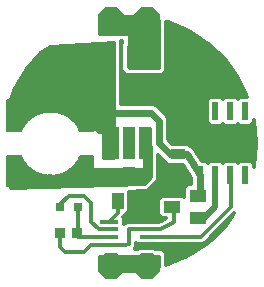
<source format=gtl>
G75*
%MOIN*%
%OFA0B0*%
%FSLAX25Y25*%
%IPPOS*%
%LPD*%
%AMOC8*
5,1,8,0,0,1.08239X$1,22.5*
%
%ADD10R,0.05118X0.03543*%
%ADD11R,0.02165X0.05906*%
%ADD12R,0.03937X0.05512*%
%ADD13R,0.02165X0.11024*%
%ADD14R,0.03937X0.11024*%
%ADD15OC8,0.08600*%
%ADD16C,0.00500*%
%ADD17C,0.00160*%
%ADD18R,0.05000X0.05000*%
%ADD19R,0.06299X0.07480*%
%ADD20R,0.03543X0.06299*%
%ADD21R,0.06299X0.01181*%
%ADD22R,0.03740X0.03740*%
%ADD23R,0.03150X0.03150*%
%ADD24R,0.05512X0.03937*%
%ADD25C,0.01000*%
%ADD26C,0.02400*%
%ADD27C,0.01200*%
%ADD28C,0.03762*%
%ADD29C,0.02778*%
%ADD30C,0.02000*%
D10*
X0062850Y0044110D03*
X0062850Y0051590D03*
D11*
X0070350Y0058480D03*
X0075350Y0058480D03*
X0080350Y0058480D03*
X0085350Y0058480D03*
X0085350Y0037220D03*
X0080350Y0037220D03*
X0075350Y0037220D03*
X0070350Y0037220D03*
D12*
X0050340Y0028519D03*
X0042860Y0028519D03*
X0046600Y0037181D03*
D13*
X0042171Y0047850D03*
X0051029Y0047850D03*
D14*
X0046600Y0047850D03*
D15*
X0040600Y0088850D03*
X0052600Y0088850D03*
X0052600Y0006850D03*
X0040600Y0006850D03*
D16*
X0034720Y0033480D02*
X0005980Y0033480D01*
X0005980Y0043716D01*
X0010507Y0043716D01*
X0010870Y0042459D01*
X0011424Y0041274D01*
X0012158Y0040190D01*
X0013051Y0039234D01*
X0014083Y0038430D01*
X0015229Y0037797D01*
X0016459Y0037351D01*
X0017744Y0037103D01*
X0019051Y0037059D01*
X0020350Y0037220D01*
X0021656Y0037012D01*
X0022979Y0037020D01*
X0024282Y0037246D01*
X0025531Y0037682D01*
X0026691Y0038317D01*
X0027731Y0039134D01*
X0028623Y0040111D01*
X0029343Y0041221D01*
X0029871Y0042433D01*
X0030193Y0043716D01*
X0034720Y0043716D01*
X0034720Y0033480D01*
X0034720Y0033758D02*
X0005980Y0033758D01*
X0005980Y0034256D02*
X0034720Y0034256D01*
X0034720Y0034755D02*
X0005980Y0034755D01*
X0005980Y0035253D02*
X0034720Y0035253D01*
X0034720Y0035752D02*
X0005980Y0035752D01*
X0005980Y0036250D02*
X0034720Y0036250D01*
X0034720Y0036749D02*
X0005980Y0036749D01*
X0005980Y0037247D02*
X0016995Y0037247D01*
X0015369Y0037746D02*
X0005980Y0037746D01*
X0005980Y0038244D02*
X0014419Y0038244D01*
X0013681Y0038743D02*
X0005980Y0038743D01*
X0005980Y0039241D02*
X0013044Y0039241D01*
X0012578Y0039740D02*
X0005980Y0039740D01*
X0005980Y0040238D02*
X0012125Y0040238D01*
X0011787Y0040737D02*
X0005980Y0040737D01*
X0005980Y0041235D02*
X0011450Y0041235D01*
X0011209Y0041734D02*
X0005980Y0041734D01*
X0005980Y0042232D02*
X0010976Y0042232D01*
X0010791Y0042731D02*
X0005980Y0042731D01*
X0005980Y0043229D02*
X0010648Y0043229D01*
X0010507Y0051984D02*
X0005980Y0051984D01*
X0005980Y0062220D01*
X0034720Y0062220D01*
X0034720Y0051984D01*
X0030193Y0051984D01*
X0029830Y0053241D01*
X0029276Y0054426D01*
X0028542Y0055510D01*
X0027649Y0056466D01*
X0026617Y0057270D01*
X0025471Y0057903D01*
X0024241Y0058349D01*
X0022956Y0058597D01*
X0021649Y0058641D01*
X0020350Y0058480D01*
X0019044Y0058688D01*
X0017721Y0058680D01*
X0016418Y0058454D01*
X0015169Y0058018D01*
X0014009Y0057383D01*
X0012969Y0056566D01*
X0012077Y0055589D01*
X0011357Y0054479D01*
X0010829Y0053267D01*
X0010507Y0051984D01*
X0010562Y0052203D02*
X0005980Y0052203D01*
X0005980Y0052701D02*
X0010687Y0052701D01*
X0010813Y0053200D02*
X0005980Y0053200D01*
X0005980Y0053698D02*
X0011017Y0053698D01*
X0011234Y0054197D02*
X0005980Y0054197D01*
X0005980Y0054695D02*
X0011497Y0054695D01*
X0011821Y0055194D02*
X0005980Y0055194D01*
X0005980Y0055692D02*
X0012171Y0055692D01*
X0012627Y0056191D02*
X0005980Y0056191D01*
X0005980Y0056689D02*
X0013127Y0056689D01*
X0013761Y0057188D02*
X0005980Y0057188D01*
X0005980Y0057686D02*
X0014564Y0057686D01*
X0015647Y0058185D02*
X0005980Y0058185D01*
X0005980Y0058683D02*
X0018277Y0058683D01*
X0019076Y0058683D02*
X0034720Y0058683D01*
X0034720Y0058185D02*
X0024695Y0058185D01*
X0025864Y0057686D02*
X0034720Y0057686D01*
X0034720Y0057188D02*
X0026723Y0057188D01*
X0027362Y0056689D02*
X0034720Y0056689D01*
X0034720Y0056191D02*
X0027906Y0056191D01*
X0028372Y0055692D02*
X0034720Y0055692D01*
X0034720Y0055194D02*
X0028757Y0055194D01*
X0029094Y0054695D02*
X0034720Y0054695D01*
X0034720Y0054197D02*
X0029383Y0054197D01*
X0029616Y0053698D02*
X0034720Y0053698D01*
X0034720Y0053200D02*
X0029842Y0053200D01*
X0029986Y0052701D02*
X0034720Y0052701D01*
X0034720Y0052203D02*
X0030129Y0052203D01*
X0034720Y0059182D02*
X0005980Y0059182D01*
X0005980Y0059680D02*
X0034720Y0059680D01*
X0034720Y0060179D02*
X0005980Y0060179D01*
X0005980Y0060677D02*
X0034720Y0060677D01*
X0034720Y0061176D02*
X0005980Y0061176D01*
X0005980Y0061674D02*
X0034720Y0061674D01*
X0034720Y0062173D02*
X0005980Y0062173D01*
X0030070Y0043229D02*
X0034720Y0043229D01*
X0034720Y0042731D02*
X0029945Y0042731D01*
X0029783Y0042232D02*
X0034720Y0042232D01*
X0034720Y0041734D02*
X0029566Y0041734D01*
X0029349Y0041235D02*
X0034720Y0041235D01*
X0034720Y0040737D02*
X0029029Y0040737D01*
X0028706Y0040238D02*
X0034720Y0040238D01*
X0034720Y0039740D02*
X0028284Y0039740D01*
X0027828Y0039241D02*
X0034720Y0039241D01*
X0034720Y0038743D02*
X0027232Y0038743D01*
X0026557Y0038244D02*
X0034720Y0038244D01*
X0034720Y0037746D02*
X0025647Y0037746D01*
X0024286Y0037247D02*
X0034720Y0037247D01*
D17*
X0031454Y0052493D02*
X0030127Y0051935D01*
X0030022Y0052173D01*
X0029910Y0052408D01*
X0029794Y0052640D01*
X0029671Y0052869D01*
X0029543Y0053095D01*
X0029409Y0053318D01*
X0029270Y0053538D01*
X0029126Y0053754D01*
X0028976Y0053967D01*
X0028822Y0054176D01*
X0028662Y0054381D01*
X0028497Y0054582D01*
X0028328Y0054779D01*
X0028154Y0054972D01*
X0027975Y0055160D01*
X0027791Y0055344D01*
X0027603Y0055524D01*
X0027411Y0055699D01*
X0027214Y0055869D01*
X0027014Y0056034D01*
X0026809Y0056195D01*
X0026601Y0056350D01*
X0026389Y0056500D01*
X0026173Y0056646D01*
X0025954Y0056785D01*
X0025732Y0056920D01*
X0025506Y0057048D01*
X0025277Y0057172D01*
X0025045Y0057290D01*
X0024811Y0057402D01*
X0024574Y0057508D01*
X0024334Y0057608D01*
X0024092Y0057703D01*
X0023847Y0057792D01*
X0023601Y0057874D01*
X0023353Y0057951D01*
X0023102Y0058021D01*
X0022851Y0058086D01*
X0022597Y0058144D01*
X0022343Y0058196D01*
X0022087Y0058242D01*
X0021830Y0058282D01*
X0021572Y0058315D01*
X0021313Y0058342D01*
X0021054Y0058363D01*
X0020795Y0058377D01*
X0020535Y0058385D01*
X0020275Y0058387D01*
X0020015Y0058382D01*
X0019756Y0058371D01*
X0019496Y0058354D01*
X0019237Y0058330D01*
X0018979Y0058300D01*
X0018722Y0058264D01*
X0018465Y0058222D01*
X0018210Y0058173D01*
X0017956Y0058118D01*
X0017703Y0058057D01*
X0017452Y0057990D01*
X0017203Y0057916D01*
X0016955Y0057837D01*
X0016710Y0057751D01*
X0016467Y0057660D01*
X0016225Y0057563D01*
X0015987Y0057460D01*
X0015751Y0057351D01*
X0015518Y0057236D01*
X0015287Y0057116D01*
X0015060Y0056990D01*
X0014836Y0056858D01*
X0014615Y0056722D01*
X0014397Y0056579D01*
X0014183Y0056432D01*
X0013973Y0056279D01*
X0013766Y0056122D01*
X0013563Y0055959D01*
X0013365Y0055791D01*
X0013170Y0055619D01*
X0012980Y0055442D01*
X0012794Y0055260D01*
X0012612Y0055074D01*
X0012436Y0054883D01*
X0012263Y0054689D01*
X0012096Y0054490D01*
X0011934Y0054287D01*
X0011776Y0054080D01*
X0011624Y0053869D01*
X0011477Y0053655D01*
X0011335Y0053437D01*
X0011199Y0053216D01*
X0011067Y0052992D01*
X0010942Y0052764D01*
X0010822Y0052533D01*
X0010708Y0052300D01*
X0010599Y0052064D01*
X0010496Y0051825D01*
X0009163Y0052368D01*
X0009279Y0052640D01*
X0009402Y0052908D01*
X0009532Y0053173D01*
X0009668Y0053435D01*
X0009810Y0053694D01*
X0009959Y0053949D01*
X0010114Y0054201D01*
X0010275Y0054448D01*
X0010442Y0054692D01*
X0010615Y0054931D01*
X0010793Y0055166D01*
X0010978Y0055397D01*
X0011168Y0055623D01*
X0011363Y0055844D01*
X0011564Y0056061D01*
X0011770Y0056272D01*
X0011981Y0056479D01*
X0012197Y0056680D01*
X0012418Y0056876D01*
X0012643Y0057067D01*
X0012873Y0057252D01*
X0013108Y0057431D01*
X0013347Y0057604D01*
X0013590Y0057772D01*
X0013837Y0057934D01*
X0014088Y0058089D01*
X0014343Y0058239D01*
X0014601Y0058382D01*
X0014863Y0058519D01*
X0015128Y0058649D01*
X0015396Y0058773D01*
X0015667Y0058890D01*
X0015941Y0059001D01*
X0016217Y0059105D01*
X0016496Y0059202D01*
X0016777Y0059292D01*
X0017060Y0059375D01*
X0017345Y0059452D01*
X0017632Y0059521D01*
X0017921Y0059584D01*
X0018211Y0059639D01*
X0018502Y0059687D01*
X0018795Y0059729D01*
X0019088Y0059763D01*
X0019382Y0059789D01*
X0019677Y0059809D01*
X0019972Y0059822D01*
X0020267Y0059827D01*
X0020562Y0059825D01*
X0020857Y0059816D01*
X0021152Y0059799D01*
X0021447Y0059776D01*
X0021740Y0059745D01*
X0022033Y0059707D01*
X0022325Y0059662D01*
X0022616Y0059610D01*
X0022905Y0059551D01*
X0023193Y0059485D01*
X0023479Y0059411D01*
X0023763Y0059331D01*
X0024045Y0059244D01*
X0024325Y0059150D01*
X0024602Y0059049D01*
X0024877Y0058942D01*
X0025150Y0058828D01*
X0025419Y0058707D01*
X0025686Y0058579D01*
X0025949Y0058446D01*
X0026209Y0058305D01*
X0026465Y0058159D01*
X0026718Y0058006D01*
X0026967Y0057847D01*
X0027212Y0057682D01*
X0027452Y0057512D01*
X0027689Y0057335D01*
X0027921Y0057153D01*
X0028149Y0056965D01*
X0028372Y0056771D01*
X0028590Y0056572D01*
X0028804Y0056368D01*
X0029012Y0056159D01*
X0029215Y0055945D01*
X0029413Y0055725D01*
X0029605Y0055501D01*
X0029792Y0055273D01*
X0029974Y0055040D01*
X0030149Y0054802D01*
X0030319Y0054561D01*
X0030483Y0054315D01*
X0030640Y0054065D01*
X0030792Y0053812D01*
X0030937Y0053555D01*
X0031076Y0053294D01*
X0031209Y0053031D01*
X0031335Y0052764D01*
X0031455Y0052494D01*
X0031315Y0052435D01*
X0031197Y0052702D01*
X0031073Y0052965D01*
X0030942Y0053226D01*
X0030804Y0053483D01*
X0030661Y0053737D01*
X0030511Y0053987D01*
X0030356Y0054234D01*
X0030194Y0054476D01*
X0030026Y0054715D01*
X0029853Y0054949D01*
X0029674Y0055179D01*
X0029489Y0055405D01*
X0029299Y0055626D01*
X0029104Y0055843D01*
X0028903Y0056054D01*
X0028698Y0056261D01*
X0028487Y0056462D01*
X0028271Y0056659D01*
X0028051Y0056850D01*
X0027826Y0057035D01*
X0027597Y0057215D01*
X0027363Y0057390D01*
X0027125Y0057558D01*
X0026883Y0057721D01*
X0026638Y0057878D01*
X0026388Y0058029D01*
X0026135Y0058174D01*
X0025878Y0058312D01*
X0025618Y0058444D01*
X0025355Y0058570D01*
X0025089Y0058689D01*
X0024820Y0058802D01*
X0024549Y0058908D01*
X0024275Y0059008D01*
X0023998Y0059100D01*
X0023720Y0059186D01*
X0023439Y0059266D01*
X0023157Y0059338D01*
X0022873Y0059403D01*
X0022587Y0059462D01*
X0022300Y0059513D01*
X0022012Y0059558D01*
X0021723Y0059595D01*
X0021433Y0059625D01*
X0021142Y0059649D01*
X0020851Y0059665D01*
X0020559Y0059674D01*
X0020268Y0059676D01*
X0019976Y0059671D01*
X0019685Y0059658D01*
X0019394Y0059639D01*
X0019104Y0059612D01*
X0018814Y0059579D01*
X0018525Y0059538D01*
X0018238Y0059490D01*
X0017951Y0059436D01*
X0017666Y0059374D01*
X0017383Y0059306D01*
X0017101Y0059230D01*
X0016822Y0059148D01*
X0016544Y0059059D01*
X0016269Y0058963D01*
X0015996Y0058860D01*
X0015725Y0058751D01*
X0015458Y0058635D01*
X0015193Y0058513D01*
X0014932Y0058384D01*
X0014673Y0058249D01*
X0014418Y0058108D01*
X0014167Y0057960D01*
X0013919Y0057807D01*
X0013675Y0057647D01*
X0013435Y0057482D01*
X0013199Y0057310D01*
X0012967Y0057133D01*
X0012740Y0056951D01*
X0012517Y0056762D01*
X0012299Y0056569D01*
X0012086Y0056370D01*
X0011877Y0056166D01*
X0011674Y0055957D01*
X0011476Y0055744D01*
X0011283Y0055525D01*
X0011095Y0055302D01*
X0010913Y0055074D01*
X0010737Y0054842D01*
X0010566Y0054605D01*
X0010401Y0054365D01*
X0010242Y0054121D01*
X0010089Y0053872D01*
X0009942Y0053620D01*
X0009802Y0053365D01*
X0009667Y0053106D01*
X0009539Y0052844D01*
X0009418Y0052579D01*
X0009302Y0052311D01*
X0009442Y0052254D01*
X0009556Y0052519D01*
X0009676Y0052781D01*
X0009802Y0053039D01*
X0009935Y0053295D01*
X0010074Y0053547D01*
X0010219Y0053795D01*
X0010370Y0054040D01*
X0010527Y0054282D01*
X0010690Y0054519D01*
X0010858Y0054753D01*
X0011033Y0054982D01*
X0011212Y0055207D01*
X0011398Y0055427D01*
X0011588Y0055643D01*
X0011784Y0055854D01*
X0011985Y0056060D01*
X0012190Y0056261D01*
X0012401Y0056458D01*
X0012616Y0056649D01*
X0012836Y0056834D01*
X0013061Y0057015D01*
X0013289Y0057189D01*
X0013522Y0057359D01*
X0013759Y0057522D01*
X0014000Y0057680D01*
X0014245Y0057831D01*
X0014493Y0057977D01*
X0014745Y0058116D01*
X0015000Y0058250D01*
X0015258Y0058377D01*
X0015520Y0058497D01*
X0015784Y0058612D01*
X0016051Y0058719D01*
X0016320Y0058821D01*
X0016592Y0058915D01*
X0016866Y0059003D01*
X0017142Y0059085D01*
X0017421Y0059159D01*
X0017700Y0059227D01*
X0017982Y0059288D01*
X0018264Y0059342D01*
X0018548Y0059389D01*
X0018833Y0059429D01*
X0019119Y0059462D01*
X0019406Y0059488D01*
X0019693Y0059508D01*
X0019981Y0059520D01*
X0020269Y0059525D01*
X0020557Y0059523D01*
X0020844Y0059514D01*
X0021132Y0059498D01*
X0021419Y0059475D01*
X0021705Y0059445D01*
X0021990Y0059408D01*
X0022275Y0059364D01*
X0022558Y0059314D01*
X0022840Y0059256D01*
X0023121Y0059191D01*
X0023400Y0059120D01*
X0023677Y0059042D01*
X0023952Y0058957D01*
X0024225Y0058865D01*
X0024495Y0058767D01*
X0024763Y0058662D01*
X0025029Y0058551D01*
X0025292Y0058433D01*
X0025551Y0058309D01*
X0025808Y0058178D01*
X0026061Y0058042D01*
X0026311Y0057899D01*
X0026558Y0057750D01*
X0026800Y0057595D01*
X0027039Y0057435D01*
X0027274Y0057268D01*
X0027505Y0057096D01*
X0027731Y0056918D01*
X0027953Y0056735D01*
X0028171Y0056546D01*
X0028383Y0056352D01*
X0028591Y0056153D01*
X0028794Y0055949D01*
X0028993Y0055741D01*
X0029185Y0055527D01*
X0029373Y0055309D01*
X0029555Y0055086D01*
X0029732Y0054859D01*
X0029903Y0054627D01*
X0030069Y0054392D01*
X0030228Y0054152D01*
X0030382Y0053909D01*
X0030530Y0053662D01*
X0030672Y0053411D01*
X0030807Y0053157D01*
X0030937Y0052900D01*
X0031060Y0052640D01*
X0031176Y0052377D01*
X0031037Y0052318D01*
X0030922Y0052578D01*
X0030800Y0052835D01*
X0030673Y0053089D01*
X0030539Y0053339D01*
X0030399Y0053587D01*
X0030253Y0053830D01*
X0030101Y0054071D01*
X0029944Y0054307D01*
X0029780Y0054540D01*
X0029611Y0054768D01*
X0029437Y0054992D01*
X0029257Y0055212D01*
X0029072Y0055428D01*
X0028881Y0055639D01*
X0028686Y0055845D01*
X0028485Y0056046D01*
X0028280Y0056242D01*
X0028070Y0056434D01*
X0027855Y0056620D01*
X0027636Y0056801D01*
X0027412Y0056976D01*
X0027185Y0057146D01*
X0026953Y0057311D01*
X0026717Y0057469D01*
X0026477Y0057622D01*
X0026234Y0057769D01*
X0025988Y0057910D01*
X0025737Y0058045D01*
X0025484Y0058174D01*
X0025228Y0058296D01*
X0024968Y0058412D01*
X0024706Y0058522D01*
X0024442Y0058626D01*
X0024175Y0058723D01*
X0023905Y0058813D01*
X0023634Y0058897D01*
X0023360Y0058974D01*
X0023085Y0059045D01*
X0022808Y0059108D01*
X0022530Y0059165D01*
X0022250Y0059215D01*
X0021969Y0059259D01*
X0021687Y0059295D01*
X0021405Y0059325D01*
X0021121Y0059347D01*
X0020838Y0059363D01*
X0020554Y0059372D01*
X0020270Y0059374D01*
X0019985Y0059369D01*
X0019702Y0059357D01*
X0019418Y0059338D01*
X0019135Y0059312D01*
X0018853Y0059279D01*
X0018571Y0059240D01*
X0018291Y0059193D01*
X0018012Y0059140D01*
X0017734Y0059080D01*
X0017458Y0059013D01*
X0017184Y0058939D01*
X0016911Y0058859D01*
X0016640Y0058772D01*
X0016372Y0058679D01*
X0016106Y0058579D01*
X0015843Y0058472D01*
X0015582Y0058360D01*
X0015324Y0058241D01*
X0015069Y0058115D01*
X0014817Y0057984D01*
X0014568Y0057846D01*
X0014323Y0057702D01*
X0014082Y0057552D01*
X0013844Y0057397D01*
X0013610Y0057236D01*
X0013380Y0057069D01*
X0013154Y0056896D01*
X0012933Y0056718D01*
X0012716Y0056535D01*
X0012503Y0056346D01*
X0012295Y0056153D01*
X0012092Y0055954D01*
X0011894Y0055750D01*
X0011700Y0055542D01*
X0011512Y0055329D01*
X0011330Y0055111D01*
X0011152Y0054890D01*
X0010980Y0054663D01*
X0010814Y0054433D01*
X0010653Y0054199D01*
X0010498Y0053960D01*
X0010349Y0053719D01*
X0010206Y0053473D01*
X0010069Y0053224D01*
X0009938Y0052972D01*
X0009813Y0052717D01*
X0009694Y0052459D01*
X0009582Y0052197D01*
X0009722Y0052140D01*
X0009833Y0052398D01*
X0009950Y0052653D01*
X0010073Y0052905D01*
X0010202Y0053154D01*
X0010338Y0053399D01*
X0010479Y0053642D01*
X0010626Y0053880D01*
X0010779Y0054115D01*
X0010938Y0054347D01*
X0011102Y0054574D01*
X0011272Y0054797D01*
X0011447Y0055016D01*
X0011627Y0055231D01*
X0011813Y0055441D01*
X0012004Y0055647D01*
X0012199Y0055848D01*
X0012400Y0056044D01*
X0012605Y0056235D01*
X0012815Y0056421D01*
X0013029Y0056602D01*
X0013248Y0056778D01*
X0013471Y0056948D01*
X0013698Y0057113D01*
X0013929Y0057272D01*
X0014163Y0057425D01*
X0014402Y0057573D01*
X0014644Y0057715D01*
X0014889Y0057851D01*
X0015138Y0057981D01*
X0015389Y0058104D01*
X0015644Y0058222D01*
X0015901Y0058333D01*
X0016161Y0058438D01*
X0016424Y0058537D01*
X0016689Y0058629D01*
X0016956Y0058715D01*
X0017225Y0058794D01*
X0017496Y0058867D01*
X0017768Y0058933D01*
X0018042Y0058992D01*
X0018318Y0059045D01*
X0018594Y0059090D01*
X0018872Y0059130D01*
X0019151Y0059162D01*
X0019430Y0059187D01*
X0019710Y0059206D01*
X0019990Y0059218D01*
X0020270Y0059223D01*
X0020551Y0059221D01*
X0020831Y0059212D01*
X0021111Y0059197D01*
X0021391Y0059174D01*
X0021670Y0059145D01*
X0021948Y0059109D01*
X0022225Y0059067D01*
X0022501Y0059017D01*
X0022776Y0058961D01*
X0023049Y0058898D01*
X0023321Y0058828D01*
X0023591Y0058752D01*
X0023859Y0058669D01*
X0024125Y0058580D01*
X0024388Y0058485D01*
X0024649Y0058382D01*
X0024908Y0058274D01*
X0025164Y0058159D01*
X0025417Y0058038D01*
X0025667Y0057911D01*
X0025914Y0057778D01*
X0026157Y0057639D01*
X0026397Y0057494D01*
X0026634Y0057343D01*
X0026867Y0057187D01*
X0027095Y0057024D01*
X0027320Y0056857D01*
X0027541Y0056684D01*
X0027757Y0056505D01*
X0027969Y0056321D01*
X0028176Y0056133D01*
X0028379Y0055939D01*
X0028577Y0055740D01*
X0028770Y0055537D01*
X0028958Y0055328D01*
X0029141Y0055116D01*
X0029318Y0054899D01*
X0029491Y0054677D01*
X0029657Y0054452D01*
X0029819Y0054222D01*
X0029974Y0053989D01*
X0030124Y0053752D01*
X0030268Y0053511D01*
X0030406Y0053267D01*
X0030538Y0053020D01*
X0030664Y0052769D01*
X0030784Y0052516D01*
X0030898Y0052259D01*
X0030759Y0052201D01*
X0030646Y0052454D01*
X0030528Y0052704D01*
X0030404Y0052951D01*
X0030273Y0053195D01*
X0030137Y0053436D01*
X0029995Y0053674D01*
X0029847Y0053908D01*
X0029693Y0054138D01*
X0029534Y0054364D01*
X0029370Y0054587D01*
X0029200Y0054805D01*
X0029024Y0055019D01*
X0028844Y0055229D01*
X0028659Y0055435D01*
X0028468Y0055635D01*
X0028273Y0055831D01*
X0028073Y0056023D01*
X0027868Y0056209D01*
X0027659Y0056390D01*
X0027446Y0056566D01*
X0027228Y0056737D01*
X0027006Y0056903D01*
X0026780Y0057063D01*
X0026551Y0057217D01*
X0026317Y0057366D01*
X0026080Y0057509D01*
X0025840Y0057646D01*
X0025597Y0057778D01*
X0025350Y0057903D01*
X0025100Y0058022D01*
X0024848Y0058136D01*
X0024592Y0058243D01*
X0024335Y0058343D01*
X0024075Y0058438D01*
X0023812Y0058526D01*
X0023548Y0058607D01*
X0023281Y0058683D01*
X0023013Y0058751D01*
X0022744Y0058813D01*
X0022472Y0058869D01*
X0022200Y0058918D01*
X0021927Y0058960D01*
X0021652Y0058995D01*
X0021377Y0059024D01*
X0021101Y0059046D01*
X0020825Y0059061D01*
X0020548Y0059070D01*
X0020271Y0059072D01*
X0019995Y0059067D01*
X0019718Y0059055D01*
X0019442Y0059037D01*
X0019166Y0059012D01*
X0018891Y0058980D01*
X0018617Y0058941D01*
X0018344Y0058896D01*
X0018073Y0058844D01*
X0017802Y0058786D01*
X0017533Y0058720D01*
X0017266Y0058649D01*
X0017000Y0058571D01*
X0016737Y0058486D01*
X0016475Y0058395D01*
X0016216Y0058298D01*
X0015960Y0058194D01*
X0015706Y0058084D01*
X0015455Y0057968D01*
X0015206Y0057846D01*
X0014961Y0057718D01*
X0014719Y0057584D01*
X0014480Y0057444D01*
X0014245Y0057298D01*
X0014013Y0057147D01*
X0013785Y0056990D01*
X0013561Y0056827D01*
X0013341Y0056659D01*
X0013126Y0056486D01*
X0012914Y0056307D01*
X0012707Y0056124D01*
X0012505Y0055935D01*
X0012307Y0055742D01*
X0012114Y0055543D01*
X0011925Y0055341D01*
X0011742Y0055133D01*
X0011564Y0054921D01*
X0011391Y0054705D01*
X0011224Y0054485D01*
X0011062Y0054260D01*
X0010905Y0054032D01*
X0010754Y0053800D01*
X0010609Y0053565D01*
X0010469Y0053326D01*
X0010336Y0053083D01*
X0010208Y0052838D01*
X0010087Y0052589D01*
X0009971Y0052338D01*
X0009862Y0052084D01*
X0010002Y0052027D01*
X0010110Y0052277D01*
X0010224Y0052525D01*
X0010344Y0052771D01*
X0010469Y0053013D01*
X0010601Y0053252D01*
X0010739Y0053488D01*
X0010882Y0053720D01*
X0011031Y0053949D01*
X0011186Y0054174D01*
X0011346Y0054396D01*
X0011511Y0054613D01*
X0011681Y0054826D01*
X0011857Y0055035D01*
X0012038Y0055240D01*
X0012224Y0055440D01*
X0012414Y0055636D01*
X0012609Y0055826D01*
X0012809Y0056012D01*
X0013013Y0056194D01*
X0013222Y0056370D01*
X0013435Y0056541D01*
X0013652Y0056706D01*
X0013873Y0056867D01*
X0014098Y0057022D01*
X0014326Y0057171D01*
X0014558Y0057315D01*
X0014794Y0057453D01*
X0015033Y0057585D01*
X0015275Y0057712D01*
X0015520Y0057832D01*
X0015768Y0057947D01*
X0016018Y0058055D01*
X0016272Y0058157D01*
X0016527Y0058253D01*
X0016785Y0058343D01*
X0017045Y0058426D01*
X0017307Y0058504D01*
X0017571Y0058574D01*
X0017836Y0058638D01*
X0018103Y0058696D01*
X0018371Y0058747D01*
X0018640Y0058792D01*
X0018911Y0058830D01*
X0019182Y0058861D01*
X0019454Y0058886D01*
X0019726Y0058904D01*
X0019999Y0058916D01*
X0020272Y0058921D01*
X0020545Y0058919D01*
X0020818Y0058911D01*
X0021091Y0058895D01*
X0021363Y0058874D01*
X0021634Y0058845D01*
X0021905Y0058810D01*
X0022175Y0058769D01*
X0022444Y0058721D01*
X0022711Y0058666D01*
X0022977Y0058605D01*
X0023242Y0058537D01*
X0023505Y0058463D01*
X0023766Y0058382D01*
X0024024Y0058295D01*
X0024281Y0058202D01*
X0024535Y0058103D01*
X0024787Y0057997D01*
X0025036Y0057886D01*
X0025283Y0057768D01*
X0025526Y0057644D01*
X0025766Y0057515D01*
X0026004Y0057379D01*
X0026237Y0057238D01*
X0026467Y0057091D01*
X0026694Y0056939D01*
X0026917Y0056781D01*
X0027136Y0056618D01*
X0027350Y0056449D01*
X0027561Y0056275D01*
X0027767Y0056097D01*
X0027969Y0055913D01*
X0028167Y0055724D01*
X0028359Y0055531D01*
X0028547Y0055332D01*
X0028730Y0055130D01*
X0028908Y0054923D01*
X0029081Y0054712D01*
X0029249Y0054496D01*
X0029411Y0054277D01*
X0029568Y0054053D01*
X0029720Y0053826D01*
X0029866Y0053595D01*
X0030006Y0053361D01*
X0030141Y0053123D01*
X0030269Y0052883D01*
X0030392Y0052639D01*
X0030509Y0052392D01*
X0030619Y0052142D01*
X0030480Y0052084D01*
X0030371Y0052330D01*
X0030256Y0052573D01*
X0030135Y0052814D01*
X0030008Y0053052D01*
X0029875Y0053286D01*
X0029737Y0053517D01*
X0029593Y0053745D01*
X0029443Y0053969D01*
X0029288Y0054189D01*
X0029128Y0054406D01*
X0028963Y0054618D01*
X0028792Y0054826D01*
X0028616Y0055031D01*
X0028436Y0055230D01*
X0028251Y0055426D01*
X0028060Y0055617D01*
X0027866Y0055803D01*
X0027667Y0055984D01*
X0027463Y0056160D01*
X0027255Y0056332D01*
X0027043Y0056498D01*
X0026827Y0056659D01*
X0026608Y0056815D01*
X0026384Y0056965D01*
X0026157Y0057110D01*
X0025927Y0057249D01*
X0025693Y0057383D01*
X0025456Y0057511D01*
X0025216Y0057633D01*
X0024973Y0057749D01*
X0024727Y0057859D01*
X0024478Y0057963D01*
X0024228Y0058061D01*
X0023974Y0058153D01*
X0023719Y0058239D01*
X0023462Y0058318D01*
X0023202Y0058391D01*
X0022942Y0058458D01*
X0022679Y0058518D01*
X0022415Y0058572D01*
X0022150Y0058620D01*
X0021884Y0058661D01*
X0021617Y0058695D01*
X0021349Y0058723D01*
X0021080Y0058745D01*
X0020812Y0058760D01*
X0020542Y0058768D01*
X0020273Y0058770D01*
X0020004Y0058765D01*
X0019735Y0058754D01*
X0019466Y0058736D01*
X0019198Y0058711D01*
X0018930Y0058680D01*
X0018663Y0058643D01*
X0018398Y0058599D01*
X0018133Y0058548D01*
X0017870Y0058491D01*
X0017608Y0058428D01*
X0017348Y0058358D01*
X0017090Y0058282D01*
X0016833Y0058200D01*
X0016579Y0058111D01*
X0016327Y0058017D01*
X0016077Y0057916D01*
X0015830Y0057809D01*
X0015585Y0057696D01*
X0015343Y0057577D01*
X0015105Y0057452D01*
X0014869Y0057322D01*
X0014637Y0057186D01*
X0014408Y0057044D01*
X0014182Y0056897D01*
X0013961Y0056744D01*
X0013743Y0056586D01*
X0013529Y0056422D01*
X0013319Y0056254D01*
X0013113Y0056080D01*
X0012911Y0055901D01*
X0012714Y0055718D01*
X0012521Y0055529D01*
X0012334Y0055336D01*
X0012150Y0055139D01*
X0011972Y0054937D01*
X0011799Y0054731D01*
X0011630Y0054521D01*
X0011467Y0054306D01*
X0011310Y0054088D01*
X0011157Y0053866D01*
X0011010Y0053640D01*
X0010869Y0053411D01*
X0010733Y0053178D01*
X0010603Y0052943D01*
X0010479Y0052704D01*
X0010360Y0052462D01*
X0010248Y0052217D01*
X0010141Y0051970D01*
X0010281Y0051913D01*
X0010386Y0052157D01*
X0010497Y0052398D01*
X0010614Y0052636D01*
X0010737Y0052872D01*
X0010865Y0053105D01*
X0010999Y0053334D01*
X0011138Y0053560D01*
X0011283Y0053783D01*
X0011434Y0054002D01*
X0011589Y0054217D01*
X0011750Y0054428D01*
X0011916Y0054636D01*
X0012087Y0054839D01*
X0012263Y0055038D01*
X0012443Y0055233D01*
X0012629Y0055423D01*
X0012819Y0055609D01*
X0013013Y0055790D01*
X0013212Y0055966D01*
X0013415Y0056137D01*
X0013622Y0056304D01*
X0013833Y0056465D01*
X0014048Y0056621D01*
X0014267Y0056772D01*
X0014489Y0056917D01*
X0014715Y0057057D01*
X0014944Y0057191D01*
X0015177Y0057320D01*
X0015412Y0057443D01*
X0015651Y0057560D01*
X0015892Y0057671D01*
X0016135Y0057777D01*
X0016382Y0057876D01*
X0016630Y0057969D01*
X0016881Y0058057D01*
X0017134Y0058138D01*
X0017389Y0058213D01*
X0017646Y0058282D01*
X0017904Y0058344D01*
X0018163Y0058400D01*
X0018424Y0058450D01*
X0018686Y0058493D01*
X0018949Y0058530D01*
X0019213Y0058561D01*
X0019478Y0058585D01*
X0019743Y0058603D01*
X0020008Y0058614D01*
X0020274Y0058619D01*
X0020539Y0058617D01*
X0020805Y0058609D01*
X0021070Y0058594D01*
X0021335Y0058573D01*
X0021599Y0058545D01*
X0021863Y0058511D01*
X0022125Y0058471D01*
X0022387Y0058424D01*
X0022647Y0058371D01*
X0022906Y0058311D01*
X0023163Y0058245D01*
X0023419Y0058173D01*
X0023672Y0058095D01*
X0023924Y0058010D01*
X0024174Y0057920D01*
X0024421Y0057823D01*
X0024666Y0057720D01*
X0024909Y0057612D01*
X0025148Y0057497D01*
X0025385Y0057377D01*
X0025619Y0057251D01*
X0025850Y0057119D01*
X0026077Y0056982D01*
X0026301Y0056839D01*
X0026521Y0056691D01*
X0026738Y0056537D01*
X0026951Y0056379D01*
X0027160Y0056215D01*
X0027365Y0056046D01*
X0027566Y0055872D01*
X0027762Y0055693D01*
X0027954Y0055509D01*
X0028142Y0055321D01*
X0028325Y0055128D01*
X0028503Y0054931D01*
X0028676Y0054730D01*
X0028844Y0054524D01*
X0029007Y0054315D01*
X0029165Y0054101D01*
X0029318Y0053884D01*
X0029466Y0053663D01*
X0029608Y0053439D01*
X0029744Y0053211D01*
X0029875Y0052980D01*
X0030000Y0052745D01*
X0030120Y0052508D01*
X0030233Y0052268D01*
X0030341Y0052025D01*
X0030202Y0051967D01*
X0030096Y0052206D01*
X0029984Y0052443D01*
X0029866Y0052677D01*
X0029742Y0052908D01*
X0029613Y0053136D01*
X0029479Y0053360D01*
X0029338Y0053582D01*
X0029193Y0053800D01*
X0029042Y0054014D01*
X0028887Y0054224D01*
X0028726Y0054431D01*
X0028560Y0054634D01*
X0028389Y0054832D01*
X0028213Y0055026D01*
X0028033Y0055216D01*
X0027848Y0055402D01*
X0027659Y0055583D01*
X0027465Y0055759D01*
X0027267Y0055931D01*
X0027065Y0056097D01*
X0026859Y0056259D01*
X0026649Y0056416D01*
X0026435Y0056567D01*
X0026218Y0056713D01*
X0025997Y0056854D01*
X0025773Y0056989D01*
X0025545Y0057119D01*
X0025315Y0057243D01*
X0025081Y0057362D01*
X0024845Y0057475D01*
X0024606Y0057582D01*
X0024364Y0057683D01*
X0024120Y0057779D01*
X0023874Y0057868D01*
X0023626Y0057951D01*
X0023376Y0058029D01*
X0023124Y0058100D01*
X0022870Y0058165D01*
X0022615Y0058223D01*
X0022358Y0058276D01*
X0022100Y0058322D01*
X0021841Y0058362D01*
X0021581Y0058395D01*
X0021321Y0058423D01*
X0021060Y0058444D01*
X0020798Y0058458D01*
X0020537Y0058466D01*
X0020275Y0058468D01*
X0020013Y0058463D01*
X0019751Y0058452D01*
X0019490Y0058435D01*
X0019229Y0058411D01*
X0018969Y0058381D01*
X0018709Y0058344D01*
X0018451Y0058301D01*
X0018194Y0058252D01*
X0017938Y0058197D01*
X0017683Y0058135D01*
X0017430Y0058068D01*
X0017179Y0057994D01*
X0016929Y0057914D01*
X0016682Y0057828D01*
X0016437Y0057735D01*
X0016194Y0057637D01*
X0015954Y0057533D01*
X0015716Y0057424D01*
X0015481Y0057308D01*
X0015249Y0057187D01*
X0015019Y0057060D01*
X0014794Y0056928D01*
X0014571Y0056790D01*
X0014352Y0056646D01*
X0014136Y0056498D01*
X0013924Y0056344D01*
X0013716Y0056185D01*
X0013511Y0056021D01*
X0013311Y0055852D01*
X0013115Y0055679D01*
X0012924Y0055500D01*
X0012736Y0055317D01*
X0012553Y0055129D01*
X0012375Y0054937D01*
X0012202Y0054741D01*
X0012033Y0054541D01*
X0011870Y0054336D01*
X0011711Y0054128D01*
X0011558Y0053916D01*
X0011409Y0053700D01*
X0011266Y0053480D01*
X0011129Y0053257D01*
X0010997Y0053031D01*
X0010870Y0052802D01*
X0010749Y0052569D01*
X0010634Y0052334D01*
X0010525Y0052096D01*
X0010421Y0051856D01*
X0009246Y0043207D02*
X0010573Y0043765D01*
X0010678Y0043527D01*
X0010790Y0043292D01*
X0010906Y0043060D01*
X0011029Y0042831D01*
X0011157Y0042605D01*
X0011291Y0042382D01*
X0011430Y0042162D01*
X0011574Y0041946D01*
X0011724Y0041733D01*
X0011878Y0041524D01*
X0012038Y0041319D01*
X0012203Y0041118D01*
X0012372Y0040921D01*
X0012546Y0040728D01*
X0012725Y0040540D01*
X0012909Y0040356D01*
X0013097Y0040176D01*
X0013289Y0040001D01*
X0013486Y0039831D01*
X0013686Y0039666D01*
X0013891Y0039505D01*
X0014099Y0039350D01*
X0014311Y0039200D01*
X0014527Y0039054D01*
X0014746Y0038915D01*
X0014968Y0038780D01*
X0015194Y0038652D01*
X0015423Y0038528D01*
X0015655Y0038410D01*
X0015889Y0038298D01*
X0016126Y0038192D01*
X0016366Y0038092D01*
X0016608Y0037997D01*
X0016853Y0037908D01*
X0017099Y0037826D01*
X0017347Y0037749D01*
X0017598Y0037679D01*
X0017849Y0037614D01*
X0018103Y0037556D01*
X0018357Y0037504D01*
X0018613Y0037458D01*
X0018870Y0037418D01*
X0019128Y0037385D01*
X0019387Y0037358D01*
X0019646Y0037337D01*
X0019905Y0037323D01*
X0020165Y0037315D01*
X0020425Y0037313D01*
X0020685Y0037318D01*
X0020944Y0037329D01*
X0021204Y0037346D01*
X0021463Y0037370D01*
X0021721Y0037400D01*
X0021978Y0037436D01*
X0022235Y0037478D01*
X0022490Y0037527D01*
X0022744Y0037582D01*
X0022997Y0037643D01*
X0023248Y0037710D01*
X0023497Y0037784D01*
X0023745Y0037863D01*
X0023990Y0037949D01*
X0024233Y0038040D01*
X0024475Y0038137D01*
X0024713Y0038240D01*
X0024949Y0038349D01*
X0025182Y0038464D01*
X0025413Y0038584D01*
X0025640Y0038710D01*
X0025864Y0038842D01*
X0026085Y0038978D01*
X0026303Y0039121D01*
X0026517Y0039268D01*
X0026727Y0039421D01*
X0026934Y0039578D01*
X0027137Y0039741D01*
X0027335Y0039909D01*
X0027530Y0040081D01*
X0027720Y0040258D01*
X0027906Y0040440D01*
X0028088Y0040626D01*
X0028264Y0040817D01*
X0028437Y0041011D01*
X0028604Y0041210D01*
X0028766Y0041413D01*
X0028924Y0041620D01*
X0029076Y0041831D01*
X0029223Y0042045D01*
X0029365Y0042263D01*
X0029501Y0042484D01*
X0029633Y0042708D01*
X0029758Y0042936D01*
X0029878Y0043167D01*
X0029992Y0043400D01*
X0030101Y0043636D01*
X0030204Y0043875D01*
X0031537Y0043332D01*
X0031421Y0043060D01*
X0031298Y0042792D01*
X0031168Y0042527D01*
X0031032Y0042265D01*
X0030890Y0042006D01*
X0030741Y0041751D01*
X0030586Y0041499D01*
X0030425Y0041252D01*
X0030258Y0041008D01*
X0030085Y0040769D01*
X0029907Y0040534D01*
X0029722Y0040303D01*
X0029532Y0040077D01*
X0029337Y0039856D01*
X0029136Y0039639D01*
X0028930Y0039428D01*
X0028719Y0039221D01*
X0028503Y0039020D01*
X0028282Y0038824D01*
X0028057Y0038633D01*
X0027827Y0038448D01*
X0027592Y0038269D01*
X0027353Y0038096D01*
X0027110Y0037928D01*
X0026863Y0037766D01*
X0026612Y0037611D01*
X0026357Y0037461D01*
X0026099Y0037318D01*
X0025837Y0037181D01*
X0025572Y0037051D01*
X0025304Y0036927D01*
X0025033Y0036810D01*
X0024759Y0036699D01*
X0024483Y0036595D01*
X0024204Y0036498D01*
X0023923Y0036408D01*
X0023640Y0036325D01*
X0023355Y0036248D01*
X0023068Y0036179D01*
X0022779Y0036116D01*
X0022489Y0036061D01*
X0022198Y0036013D01*
X0021905Y0035971D01*
X0021612Y0035937D01*
X0021318Y0035911D01*
X0021023Y0035891D01*
X0020728Y0035878D01*
X0020433Y0035873D01*
X0020138Y0035875D01*
X0019843Y0035884D01*
X0019548Y0035901D01*
X0019253Y0035924D01*
X0018960Y0035955D01*
X0018667Y0035993D01*
X0018375Y0036038D01*
X0018084Y0036090D01*
X0017795Y0036149D01*
X0017507Y0036215D01*
X0017221Y0036289D01*
X0016937Y0036369D01*
X0016655Y0036456D01*
X0016375Y0036550D01*
X0016098Y0036651D01*
X0015823Y0036758D01*
X0015550Y0036872D01*
X0015281Y0036993D01*
X0015014Y0037121D01*
X0014751Y0037254D01*
X0014491Y0037395D01*
X0014235Y0037541D01*
X0013982Y0037694D01*
X0013733Y0037853D01*
X0013488Y0038018D01*
X0013248Y0038188D01*
X0013011Y0038365D01*
X0012779Y0038547D01*
X0012551Y0038735D01*
X0012328Y0038929D01*
X0012110Y0039128D01*
X0011896Y0039332D01*
X0011688Y0039541D01*
X0011485Y0039755D01*
X0011287Y0039975D01*
X0011095Y0040199D01*
X0010908Y0040427D01*
X0010726Y0040660D01*
X0010551Y0040898D01*
X0010381Y0041139D01*
X0010217Y0041385D01*
X0010060Y0041635D01*
X0009908Y0041888D01*
X0009763Y0042145D01*
X0009624Y0042406D01*
X0009491Y0042669D01*
X0009365Y0042936D01*
X0009245Y0043206D01*
X0009385Y0043265D01*
X0009503Y0042998D01*
X0009627Y0042735D01*
X0009758Y0042474D01*
X0009896Y0042217D01*
X0010039Y0041963D01*
X0010189Y0041713D01*
X0010344Y0041466D01*
X0010506Y0041224D01*
X0010674Y0040985D01*
X0010847Y0040751D01*
X0011026Y0040521D01*
X0011211Y0040295D01*
X0011401Y0040074D01*
X0011596Y0039857D01*
X0011797Y0039646D01*
X0012002Y0039439D01*
X0012213Y0039238D01*
X0012429Y0039041D01*
X0012649Y0038850D01*
X0012874Y0038665D01*
X0013103Y0038485D01*
X0013337Y0038310D01*
X0013575Y0038142D01*
X0013817Y0037979D01*
X0014062Y0037822D01*
X0014312Y0037671D01*
X0014565Y0037526D01*
X0014822Y0037388D01*
X0015082Y0037256D01*
X0015345Y0037130D01*
X0015611Y0037011D01*
X0015880Y0036898D01*
X0016151Y0036792D01*
X0016425Y0036692D01*
X0016702Y0036600D01*
X0016980Y0036514D01*
X0017261Y0036434D01*
X0017543Y0036362D01*
X0017827Y0036297D01*
X0018113Y0036238D01*
X0018400Y0036187D01*
X0018688Y0036142D01*
X0018977Y0036105D01*
X0019267Y0036075D01*
X0019558Y0036051D01*
X0019849Y0036035D01*
X0020141Y0036026D01*
X0020432Y0036024D01*
X0020724Y0036029D01*
X0021015Y0036042D01*
X0021306Y0036061D01*
X0021596Y0036088D01*
X0021886Y0036121D01*
X0022175Y0036162D01*
X0022462Y0036210D01*
X0022749Y0036264D01*
X0023034Y0036326D01*
X0023317Y0036394D01*
X0023599Y0036470D01*
X0023878Y0036552D01*
X0024156Y0036641D01*
X0024431Y0036737D01*
X0024704Y0036840D01*
X0024975Y0036949D01*
X0025242Y0037065D01*
X0025507Y0037187D01*
X0025768Y0037316D01*
X0026027Y0037451D01*
X0026282Y0037592D01*
X0026533Y0037740D01*
X0026781Y0037893D01*
X0027025Y0038053D01*
X0027265Y0038218D01*
X0027501Y0038390D01*
X0027733Y0038567D01*
X0027960Y0038749D01*
X0028183Y0038938D01*
X0028401Y0039131D01*
X0028614Y0039330D01*
X0028823Y0039534D01*
X0029026Y0039743D01*
X0029224Y0039956D01*
X0029417Y0040175D01*
X0029605Y0040398D01*
X0029787Y0040626D01*
X0029963Y0040858D01*
X0030134Y0041095D01*
X0030299Y0041335D01*
X0030458Y0041579D01*
X0030611Y0041828D01*
X0030758Y0042080D01*
X0030898Y0042335D01*
X0031033Y0042594D01*
X0031161Y0042856D01*
X0031282Y0043121D01*
X0031398Y0043389D01*
X0031258Y0043446D01*
X0031144Y0043181D01*
X0031024Y0042919D01*
X0030898Y0042661D01*
X0030765Y0042405D01*
X0030626Y0042153D01*
X0030481Y0041905D01*
X0030330Y0041660D01*
X0030173Y0041418D01*
X0030010Y0041181D01*
X0029842Y0040947D01*
X0029667Y0040718D01*
X0029488Y0040493D01*
X0029302Y0040273D01*
X0029112Y0040057D01*
X0028916Y0039846D01*
X0028715Y0039640D01*
X0028510Y0039439D01*
X0028299Y0039242D01*
X0028084Y0039051D01*
X0027864Y0038866D01*
X0027639Y0038685D01*
X0027411Y0038511D01*
X0027178Y0038341D01*
X0026941Y0038178D01*
X0026700Y0038020D01*
X0026455Y0037869D01*
X0026207Y0037723D01*
X0025955Y0037584D01*
X0025700Y0037450D01*
X0025442Y0037323D01*
X0025180Y0037203D01*
X0024916Y0037088D01*
X0024649Y0036981D01*
X0024380Y0036879D01*
X0024108Y0036785D01*
X0023834Y0036697D01*
X0023558Y0036615D01*
X0023279Y0036541D01*
X0023000Y0036473D01*
X0022718Y0036412D01*
X0022436Y0036358D01*
X0022152Y0036311D01*
X0021867Y0036271D01*
X0021581Y0036238D01*
X0021294Y0036212D01*
X0021007Y0036192D01*
X0020719Y0036180D01*
X0020431Y0036175D01*
X0020143Y0036177D01*
X0019856Y0036186D01*
X0019568Y0036202D01*
X0019281Y0036225D01*
X0018995Y0036255D01*
X0018710Y0036292D01*
X0018425Y0036336D01*
X0018142Y0036386D01*
X0017860Y0036444D01*
X0017579Y0036509D01*
X0017300Y0036580D01*
X0017023Y0036658D01*
X0016748Y0036743D01*
X0016475Y0036835D01*
X0016205Y0036933D01*
X0015937Y0037038D01*
X0015671Y0037149D01*
X0015408Y0037267D01*
X0015149Y0037391D01*
X0014892Y0037522D01*
X0014639Y0037658D01*
X0014389Y0037801D01*
X0014142Y0037950D01*
X0013900Y0038105D01*
X0013661Y0038265D01*
X0013426Y0038432D01*
X0013195Y0038604D01*
X0012969Y0038782D01*
X0012747Y0038965D01*
X0012529Y0039154D01*
X0012317Y0039348D01*
X0012109Y0039547D01*
X0011906Y0039751D01*
X0011707Y0039959D01*
X0011515Y0040173D01*
X0011327Y0040391D01*
X0011145Y0040614D01*
X0010968Y0040841D01*
X0010797Y0041073D01*
X0010631Y0041308D01*
X0010472Y0041548D01*
X0010318Y0041791D01*
X0010170Y0042038D01*
X0010028Y0042289D01*
X0009893Y0042543D01*
X0009763Y0042800D01*
X0009640Y0043060D01*
X0009524Y0043323D01*
X0009663Y0043382D01*
X0009778Y0043122D01*
X0009900Y0042865D01*
X0010027Y0042611D01*
X0010161Y0042361D01*
X0010301Y0042113D01*
X0010447Y0041870D01*
X0010599Y0041629D01*
X0010756Y0041393D01*
X0010920Y0041160D01*
X0011089Y0040932D01*
X0011263Y0040708D01*
X0011443Y0040488D01*
X0011628Y0040272D01*
X0011819Y0040061D01*
X0012014Y0039855D01*
X0012215Y0039654D01*
X0012420Y0039458D01*
X0012630Y0039266D01*
X0012845Y0039080D01*
X0013064Y0038899D01*
X0013288Y0038724D01*
X0013515Y0038554D01*
X0013747Y0038389D01*
X0013983Y0038231D01*
X0014223Y0038078D01*
X0014466Y0037931D01*
X0014712Y0037790D01*
X0014963Y0037655D01*
X0015216Y0037526D01*
X0015472Y0037404D01*
X0015732Y0037288D01*
X0015994Y0037178D01*
X0016258Y0037074D01*
X0016525Y0036977D01*
X0016795Y0036887D01*
X0017066Y0036803D01*
X0017340Y0036726D01*
X0017615Y0036655D01*
X0017892Y0036592D01*
X0018170Y0036535D01*
X0018450Y0036485D01*
X0018731Y0036441D01*
X0019013Y0036405D01*
X0019295Y0036375D01*
X0019579Y0036353D01*
X0019862Y0036337D01*
X0020146Y0036328D01*
X0020430Y0036326D01*
X0020715Y0036331D01*
X0020998Y0036343D01*
X0021282Y0036362D01*
X0021565Y0036388D01*
X0021847Y0036421D01*
X0022129Y0036460D01*
X0022409Y0036507D01*
X0022688Y0036560D01*
X0022966Y0036620D01*
X0023242Y0036687D01*
X0023516Y0036761D01*
X0023789Y0036841D01*
X0024060Y0036928D01*
X0024328Y0037021D01*
X0024594Y0037121D01*
X0024857Y0037228D01*
X0025118Y0037340D01*
X0025376Y0037459D01*
X0025631Y0037585D01*
X0025883Y0037716D01*
X0026132Y0037854D01*
X0026377Y0037998D01*
X0026618Y0038148D01*
X0026856Y0038303D01*
X0027090Y0038464D01*
X0027320Y0038631D01*
X0027546Y0038804D01*
X0027767Y0038982D01*
X0027984Y0039165D01*
X0028197Y0039354D01*
X0028405Y0039547D01*
X0028608Y0039746D01*
X0028806Y0039950D01*
X0029000Y0040158D01*
X0029188Y0040371D01*
X0029370Y0040589D01*
X0029548Y0040810D01*
X0029720Y0041037D01*
X0029886Y0041267D01*
X0030047Y0041501D01*
X0030202Y0041740D01*
X0030351Y0041981D01*
X0030494Y0042227D01*
X0030631Y0042476D01*
X0030762Y0042728D01*
X0030887Y0042983D01*
X0031006Y0043241D01*
X0031118Y0043503D01*
X0030978Y0043560D01*
X0030867Y0043302D01*
X0030750Y0043047D01*
X0030627Y0042795D01*
X0030498Y0042546D01*
X0030362Y0042301D01*
X0030221Y0042058D01*
X0030074Y0041820D01*
X0029921Y0041585D01*
X0029762Y0041353D01*
X0029598Y0041126D01*
X0029428Y0040903D01*
X0029253Y0040684D01*
X0029073Y0040469D01*
X0028887Y0040259D01*
X0028696Y0040053D01*
X0028501Y0039852D01*
X0028300Y0039656D01*
X0028095Y0039465D01*
X0027885Y0039279D01*
X0027671Y0039098D01*
X0027452Y0038922D01*
X0027229Y0038752D01*
X0027002Y0038587D01*
X0026771Y0038428D01*
X0026537Y0038275D01*
X0026298Y0038127D01*
X0026056Y0037985D01*
X0025811Y0037849D01*
X0025562Y0037719D01*
X0025311Y0037596D01*
X0025056Y0037478D01*
X0024799Y0037367D01*
X0024539Y0037262D01*
X0024276Y0037163D01*
X0024011Y0037071D01*
X0023744Y0036985D01*
X0023475Y0036906D01*
X0023204Y0036833D01*
X0022932Y0036767D01*
X0022658Y0036708D01*
X0022382Y0036655D01*
X0022106Y0036610D01*
X0021828Y0036570D01*
X0021549Y0036538D01*
X0021270Y0036513D01*
X0020990Y0036494D01*
X0020710Y0036482D01*
X0020430Y0036477D01*
X0020149Y0036479D01*
X0019869Y0036488D01*
X0019589Y0036503D01*
X0019309Y0036526D01*
X0019030Y0036555D01*
X0018752Y0036591D01*
X0018475Y0036633D01*
X0018199Y0036683D01*
X0017924Y0036739D01*
X0017651Y0036802D01*
X0017379Y0036872D01*
X0017109Y0036948D01*
X0016841Y0037031D01*
X0016575Y0037120D01*
X0016312Y0037215D01*
X0016051Y0037318D01*
X0015792Y0037426D01*
X0015536Y0037541D01*
X0015283Y0037662D01*
X0015033Y0037789D01*
X0014786Y0037922D01*
X0014543Y0038061D01*
X0014303Y0038206D01*
X0014066Y0038357D01*
X0013833Y0038513D01*
X0013605Y0038676D01*
X0013380Y0038843D01*
X0013159Y0039016D01*
X0012943Y0039195D01*
X0012731Y0039379D01*
X0012524Y0039567D01*
X0012321Y0039761D01*
X0012123Y0039960D01*
X0011930Y0040163D01*
X0011742Y0040372D01*
X0011559Y0040584D01*
X0011382Y0040801D01*
X0011209Y0041023D01*
X0011043Y0041248D01*
X0010881Y0041478D01*
X0010726Y0041711D01*
X0010576Y0041948D01*
X0010432Y0042189D01*
X0010294Y0042433D01*
X0010162Y0042680D01*
X0010036Y0042931D01*
X0009916Y0043184D01*
X0009802Y0043441D01*
X0009941Y0043499D01*
X0010054Y0043246D01*
X0010172Y0042996D01*
X0010296Y0042749D01*
X0010427Y0042505D01*
X0010563Y0042264D01*
X0010705Y0042026D01*
X0010853Y0041792D01*
X0011007Y0041562D01*
X0011166Y0041336D01*
X0011330Y0041113D01*
X0011500Y0040895D01*
X0011676Y0040681D01*
X0011856Y0040471D01*
X0012041Y0040265D01*
X0012232Y0040065D01*
X0012427Y0039869D01*
X0012627Y0039677D01*
X0012832Y0039491D01*
X0013041Y0039310D01*
X0013254Y0039134D01*
X0013472Y0038963D01*
X0013694Y0038797D01*
X0013920Y0038637D01*
X0014149Y0038483D01*
X0014383Y0038334D01*
X0014620Y0038191D01*
X0014860Y0038054D01*
X0015103Y0037922D01*
X0015350Y0037797D01*
X0015600Y0037678D01*
X0015852Y0037564D01*
X0016108Y0037457D01*
X0016365Y0037357D01*
X0016625Y0037262D01*
X0016888Y0037174D01*
X0017152Y0037093D01*
X0017419Y0037017D01*
X0017687Y0036949D01*
X0017956Y0036887D01*
X0018228Y0036831D01*
X0018500Y0036782D01*
X0018773Y0036740D01*
X0019048Y0036705D01*
X0019323Y0036676D01*
X0019599Y0036654D01*
X0019875Y0036639D01*
X0020152Y0036630D01*
X0020429Y0036628D01*
X0020705Y0036633D01*
X0020982Y0036645D01*
X0021258Y0036663D01*
X0021534Y0036688D01*
X0021809Y0036720D01*
X0022083Y0036759D01*
X0022356Y0036804D01*
X0022627Y0036856D01*
X0022898Y0036914D01*
X0023167Y0036980D01*
X0023434Y0037051D01*
X0023700Y0037129D01*
X0023963Y0037214D01*
X0024225Y0037305D01*
X0024484Y0037402D01*
X0024740Y0037506D01*
X0024994Y0037616D01*
X0025245Y0037732D01*
X0025494Y0037854D01*
X0025739Y0037982D01*
X0025981Y0038116D01*
X0026220Y0038256D01*
X0026455Y0038402D01*
X0026687Y0038553D01*
X0026915Y0038710D01*
X0027139Y0038873D01*
X0027359Y0039041D01*
X0027574Y0039214D01*
X0027786Y0039393D01*
X0027993Y0039576D01*
X0028195Y0039765D01*
X0028393Y0039958D01*
X0028586Y0040157D01*
X0028775Y0040359D01*
X0028958Y0040567D01*
X0029136Y0040779D01*
X0029309Y0040995D01*
X0029476Y0041215D01*
X0029638Y0041440D01*
X0029795Y0041668D01*
X0029946Y0041900D01*
X0030091Y0042135D01*
X0030231Y0042374D01*
X0030364Y0042617D01*
X0030492Y0042862D01*
X0030613Y0043111D01*
X0030729Y0043362D01*
X0030838Y0043616D01*
X0030698Y0043673D01*
X0030590Y0043423D01*
X0030476Y0043175D01*
X0030356Y0042929D01*
X0030231Y0042687D01*
X0030099Y0042448D01*
X0029961Y0042212D01*
X0029818Y0041980D01*
X0029669Y0041751D01*
X0029514Y0041526D01*
X0029354Y0041304D01*
X0029189Y0041087D01*
X0029019Y0040874D01*
X0028843Y0040665D01*
X0028662Y0040460D01*
X0028476Y0040260D01*
X0028286Y0040064D01*
X0028091Y0039874D01*
X0027891Y0039688D01*
X0027687Y0039506D01*
X0027478Y0039330D01*
X0027265Y0039159D01*
X0027048Y0038994D01*
X0026827Y0038833D01*
X0026602Y0038678D01*
X0026374Y0038529D01*
X0026142Y0038385D01*
X0025906Y0038247D01*
X0025667Y0038115D01*
X0025425Y0037988D01*
X0025180Y0037868D01*
X0024932Y0037753D01*
X0024682Y0037645D01*
X0024428Y0037543D01*
X0024173Y0037447D01*
X0023915Y0037357D01*
X0023655Y0037274D01*
X0023393Y0037196D01*
X0023129Y0037126D01*
X0022864Y0037062D01*
X0022597Y0037004D01*
X0022329Y0036953D01*
X0022060Y0036908D01*
X0021789Y0036870D01*
X0021518Y0036839D01*
X0021246Y0036814D01*
X0020974Y0036796D01*
X0020701Y0036784D01*
X0020428Y0036779D01*
X0020155Y0036781D01*
X0019882Y0036789D01*
X0019609Y0036805D01*
X0019337Y0036826D01*
X0019066Y0036855D01*
X0018795Y0036890D01*
X0018525Y0036931D01*
X0018256Y0036979D01*
X0017989Y0037034D01*
X0017723Y0037095D01*
X0017458Y0037163D01*
X0017195Y0037237D01*
X0016934Y0037318D01*
X0016676Y0037405D01*
X0016419Y0037498D01*
X0016165Y0037597D01*
X0015913Y0037703D01*
X0015664Y0037814D01*
X0015417Y0037932D01*
X0015174Y0038056D01*
X0014934Y0038185D01*
X0014696Y0038321D01*
X0014463Y0038462D01*
X0014233Y0038609D01*
X0014006Y0038761D01*
X0013783Y0038919D01*
X0013564Y0039082D01*
X0013350Y0039251D01*
X0013139Y0039425D01*
X0012933Y0039603D01*
X0012731Y0039787D01*
X0012533Y0039976D01*
X0012341Y0040169D01*
X0012153Y0040368D01*
X0011970Y0040570D01*
X0011792Y0040777D01*
X0011619Y0040988D01*
X0011451Y0041204D01*
X0011289Y0041423D01*
X0011132Y0041647D01*
X0010980Y0041874D01*
X0010834Y0042105D01*
X0010694Y0042339D01*
X0010559Y0042577D01*
X0010431Y0042817D01*
X0010308Y0043061D01*
X0010191Y0043308D01*
X0010081Y0043558D01*
X0010220Y0043616D01*
X0010329Y0043370D01*
X0010444Y0043127D01*
X0010565Y0042886D01*
X0010692Y0042648D01*
X0010825Y0042414D01*
X0010963Y0042183D01*
X0011107Y0041955D01*
X0011257Y0041731D01*
X0011412Y0041511D01*
X0011572Y0041294D01*
X0011737Y0041082D01*
X0011908Y0040874D01*
X0012084Y0040669D01*
X0012264Y0040470D01*
X0012449Y0040274D01*
X0012640Y0040083D01*
X0012834Y0039897D01*
X0013033Y0039716D01*
X0013237Y0039540D01*
X0013445Y0039368D01*
X0013657Y0039202D01*
X0013873Y0039041D01*
X0014092Y0038885D01*
X0014316Y0038735D01*
X0014543Y0038590D01*
X0014773Y0038451D01*
X0015007Y0038317D01*
X0015244Y0038189D01*
X0015484Y0038067D01*
X0015727Y0037951D01*
X0015973Y0037841D01*
X0016222Y0037737D01*
X0016472Y0037639D01*
X0016726Y0037547D01*
X0016981Y0037461D01*
X0017238Y0037382D01*
X0017498Y0037309D01*
X0017758Y0037242D01*
X0018021Y0037182D01*
X0018285Y0037128D01*
X0018550Y0037080D01*
X0018816Y0037039D01*
X0019083Y0037005D01*
X0019351Y0036977D01*
X0019620Y0036955D01*
X0019888Y0036940D01*
X0020158Y0036932D01*
X0020427Y0036930D01*
X0020696Y0036935D01*
X0020965Y0036946D01*
X0021234Y0036964D01*
X0021502Y0036989D01*
X0021770Y0037020D01*
X0022037Y0037057D01*
X0022302Y0037101D01*
X0022567Y0037152D01*
X0022830Y0037209D01*
X0023092Y0037272D01*
X0023352Y0037342D01*
X0023610Y0037418D01*
X0023867Y0037500D01*
X0024121Y0037589D01*
X0024373Y0037683D01*
X0024623Y0037784D01*
X0024870Y0037891D01*
X0025115Y0038004D01*
X0025357Y0038123D01*
X0025595Y0038248D01*
X0025831Y0038378D01*
X0026063Y0038514D01*
X0026292Y0038656D01*
X0026518Y0038803D01*
X0026739Y0038956D01*
X0026957Y0039114D01*
X0027171Y0039278D01*
X0027381Y0039446D01*
X0027587Y0039620D01*
X0027789Y0039799D01*
X0027986Y0039982D01*
X0028179Y0040171D01*
X0028366Y0040364D01*
X0028550Y0040561D01*
X0028728Y0040763D01*
X0028901Y0040969D01*
X0029070Y0041179D01*
X0029233Y0041394D01*
X0029390Y0041612D01*
X0029543Y0041834D01*
X0029690Y0042060D01*
X0029831Y0042289D01*
X0029967Y0042522D01*
X0030097Y0042757D01*
X0030221Y0042996D01*
X0030340Y0043238D01*
X0030452Y0043483D01*
X0030559Y0043730D01*
X0030419Y0043787D01*
X0030314Y0043543D01*
X0030203Y0043302D01*
X0030086Y0043064D01*
X0029963Y0042828D01*
X0029835Y0042595D01*
X0029701Y0042366D01*
X0029562Y0042140D01*
X0029417Y0041917D01*
X0029266Y0041698D01*
X0029111Y0041483D01*
X0028950Y0041272D01*
X0028784Y0041064D01*
X0028613Y0040861D01*
X0028437Y0040662D01*
X0028257Y0040467D01*
X0028071Y0040277D01*
X0027881Y0040091D01*
X0027687Y0039910D01*
X0027488Y0039734D01*
X0027285Y0039563D01*
X0027078Y0039396D01*
X0026867Y0039235D01*
X0026652Y0039079D01*
X0026433Y0038928D01*
X0026211Y0038783D01*
X0025985Y0038643D01*
X0025756Y0038509D01*
X0025523Y0038380D01*
X0025288Y0038257D01*
X0025049Y0038140D01*
X0024808Y0038029D01*
X0024565Y0037923D01*
X0024318Y0037824D01*
X0024070Y0037731D01*
X0023819Y0037643D01*
X0023566Y0037562D01*
X0023311Y0037487D01*
X0023054Y0037418D01*
X0022796Y0037356D01*
X0022537Y0037300D01*
X0022276Y0037250D01*
X0022014Y0037207D01*
X0021751Y0037170D01*
X0021487Y0037139D01*
X0021222Y0037115D01*
X0020957Y0037097D01*
X0020692Y0037086D01*
X0020426Y0037081D01*
X0020161Y0037083D01*
X0019895Y0037091D01*
X0019630Y0037106D01*
X0019365Y0037127D01*
X0019101Y0037155D01*
X0018837Y0037189D01*
X0018575Y0037229D01*
X0018313Y0037276D01*
X0018053Y0037329D01*
X0017794Y0037389D01*
X0017537Y0037455D01*
X0017281Y0037527D01*
X0017028Y0037605D01*
X0016776Y0037690D01*
X0016526Y0037780D01*
X0016279Y0037877D01*
X0016034Y0037980D01*
X0015791Y0038088D01*
X0015552Y0038203D01*
X0015315Y0038323D01*
X0015081Y0038449D01*
X0014850Y0038581D01*
X0014623Y0038718D01*
X0014399Y0038861D01*
X0014179Y0039009D01*
X0013962Y0039163D01*
X0013749Y0039321D01*
X0013540Y0039485D01*
X0013335Y0039654D01*
X0013134Y0039828D01*
X0012938Y0040007D01*
X0012746Y0040191D01*
X0012558Y0040379D01*
X0012375Y0040572D01*
X0012197Y0040769D01*
X0012024Y0040970D01*
X0011856Y0041176D01*
X0011693Y0041385D01*
X0011535Y0041599D01*
X0011382Y0041816D01*
X0011234Y0042037D01*
X0011092Y0042261D01*
X0010956Y0042489D01*
X0010825Y0042720D01*
X0010700Y0042955D01*
X0010580Y0043192D01*
X0010467Y0043432D01*
X0010359Y0043675D01*
X0010498Y0043733D01*
X0010604Y0043494D01*
X0010716Y0043257D01*
X0010834Y0043023D01*
X0010958Y0042792D01*
X0011087Y0042564D01*
X0011221Y0042340D01*
X0011362Y0042118D01*
X0011507Y0041900D01*
X0011658Y0041686D01*
X0011813Y0041476D01*
X0011974Y0041269D01*
X0012140Y0041066D01*
X0012311Y0040868D01*
X0012487Y0040674D01*
X0012667Y0040484D01*
X0012852Y0040298D01*
X0013041Y0040117D01*
X0013235Y0039941D01*
X0013433Y0039769D01*
X0013635Y0039603D01*
X0013841Y0039441D01*
X0014051Y0039284D01*
X0014265Y0039133D01*
X0014482Y0038987D01*
X0014703Y0038846D01*
X0014927Y0038711D01*
X0015155Y0038581D01*
X0015385Y0038457D01*
X0015619Y0038338D01*
X0015855Y0038225D01*
X0016094Y0038118D01*
X0016336Y0038017D01*
X0016580Y0037921D01*
X0016826Y0037832D01*
X0017074Y0037749D01*
X0017324Y0037671D01*
X0017576Y0037600D01*
X0017830Y0037535D01*
X0018085Y0037477D01*
X0018342Y0037424D01*
X0018600Y0037378D01*
X0018859Y0037338D01*
X0019119Y0037305D01*
X0019379Y0037277D01*
X0019640Y0037256D01*
X0019902Y0037242D01*
X0020163Y0037234D01*
X0020425Y0037232D01*
X0020687Y0037237D01*
X0020949Y0037248D01*
X0021210Y0037265D01*
X0021471Y0037289D01*
X0021731Y0037319D01*
X0021991Y0037356D01*
X0022249Y0037399D01*
X0022506Y0037448D01*
X0022762Y0037503D01*
X0023017Y0037565D01*
X0023270Y0037632D01*
X0023521Y0037706D01*
X0023771Y0037786D01*
X0024018Y0037872D01*
X0024263Y0037965D01*
X0024506Y0038063D01*
X0024746Y0038167D01*
X0024984Y0038276D01*
X0025219Y0038392D01*
X0025451Y0038513D01*
X0025681Y0038640D01*
X0025906Y0038772D01*
X0026129Y0038910D01*
X0026348Y0039054D01*
X0026564Y0039202D01*
X0026776Y0039356D01*
X0026984Y0039515D01*
X0027189Y0039679D01*
X0027389Y0039848D01*
X0027585Y0040021D01*
X0027776Y0040200D01*
X0027964Y0040383D01*
X0028147Y0040571D01*
X0028325Y0040763D01*
X0028498Y0040959D01*
X0028667Y0041159D01*
X0028830Y0041364D01*
X0028989Y0041572D01*
X0029142Y0041784D01*
X0029291Y0042000D01*
X0029434Y0042220D01*
X0029571Y0042443D01*
X0029703Y0042669D01*
X0029830Y0042898D01*
X0029951Y0043131D01*
X0030066Y0043366D01*
X0030175Y0043604D01*
X0030279Y0043844D01*
D18*
X0008539Y0036039D03*
X0008539Y0059661D03*
D19*
X0036748Y0076600D03*
X0048952Y0076600D03*
D20*
X0052702Y0065350D03*
X0040498Y0065350D03*
D21*
X0039907Y0021689D03*
X0039907Y0019130D03*
X0039907Y0016570D03*
X0039907Y0014011D03*
X0053293Y0014011D03*
X0053293Y0016570D03*
X0053293Y0019130D03*
X0053293Y0021689D03*
D22*
X0029454Y0017850D03*
X0023746Y0017850D03*
D23*
X0023647Y0026600D03*
X0029553Y0026600D03*
D24*
X0061019Y0026600D03*
X0069681Y0022860D03*
X0069681Y0030340D03*
D25*
X0054100Y0036600D02*
X0054100Y0046307D01*
X0053700Y0047273D01*
X0053700Y0052850D01*
X0051600Y0052850D01*
X0051600Y0039100D01*
X0031039Y0039100D01*
X0029846Y0037629D01*
X0029846Y0037629D01*
X0029846Y0037629D01*
X0026701Y0035502D01*
X0026600Y0035350D01*
X0026477Y0035350D01*
X0026435Y0035322D01*
X0026435Y0035322D01*
X0022502Y0034104D01*
X0022502Y0034104D01*
X0018384Y0034081D01*
X0018384Y0034081D01*
X0014437Y0035254D01*
X0014437Y0035254D01*
X0014292Y0035350D01*
X0006600Y0035350D01*
X0006600Y0033963D01*
X0007013Y0032861D01*
X0051600Y0034100D01*
X0054100Y0036600D01*
X0054100Y0036799D02*
X0028619Y0036799D01*
X0029983Y0037798D02*
X0054100Y0037798D01*
X0054100Y0038796D02*
X0030793Y0038796D01*
X0027143Y0035801D02*
X0053301Y0035801D01*
X0052302Y0034802D02*
X0024757Y0034802D01*
X0015958Y0034802D02*
X0006600Y0034802D01*
X0006660Y0033804D02*
X0040939Y0033804D01*
X0051600Y0039795D02*
X0054100Y0039795D01*
X0054100Y0040793D02*
X0051600Y0040793D01*
X0051600Y0041792D02*
X0054100Y0041792D01*
X0054100Y0042790D02*
X0051600Y0042790D01*
X0051600Y0043789D02*
X0054100Y0043789D01*
X0054100Y0044787D02*
X0051600Y0044787D01*
X0051600Y0045786D02*
X0054100Y0045786D01*
X0053902Y0046784D02*
X0051600Y0046784D01*
X0051600Y0047783D02*
X0053700Y0047783D01*
X0053700Y0048782D02*
X0051600Y0048782D01*
X0051600Y0049780D02*
X0053700Y0049780D01*
X0053700Y0050779D02*
X0051600Y0050779D01*
X0051600Y0051777D02*
X0053700Y0051777D01*
X0053700Y0052776D02*
X0051600Y0052776D01*
X0041600Y0052776D02*
X0033268Y0052776D01*
X0033320Y0052652D02*
X0033127Y0053111D01*
X0032329Y0055008D01*
X0032329Y0055008D01*
X0029699Y0058177D01*
X0026263Y0060446D01*
X0026263Y0060446D01*
X0022316Y0061619D01*
X0022316Y0061619D01*
X0018198Y0061596D01*
X0014265Y0060378D01*
X0014171Y0060315D01*
X0014100Y0060350D01*
X0006600Y0060350D01*
X0007194Y0063319D01*
X0008309Y0066290D01*
X0012217Y0072831D01*
X0017063Y0078378D01*
X0020350Y0080350D01*
X0041600Y0081600D01*
X0041600Y0042850D01*
X0037850Y0042850D01*
X0037850Y0051600D01*
X0036350Y0051600D01*
X0036350Y0052014D01*
X0035764Y0052600D01*
X0033320Y0052600D01*
X0033320Y0052652D01*
X0032848Y0053774D02*
X0041600Y0053774D01*
X0041600Y0054773D02*
X0032428Y0054773D01*
X0031696Y0055771D02*
X0041600Y0055771D01*
X0041600Y0056770D02*
X0030867Y0056770D01*
X0030038Y0057768D02*
X0041600Y0057768D01*
X0041600Y0058767D02*
X0028806Y0058767D01*
X0029699Y0058177D02*
X0029699Y0058177D01*
X0029699Y0058177D01*
X0027294Y0059765D02*
X0041600Y0059765D01*
X0041600Y0060764D02*
X0025193Y0060764D01*
X0018198Y0061596D02*
X0018198Y0061596D01*
X0015510Y0060764D02*
X0006683Y0060764D01*
X0006882Y0061762D02*
X0041600Y0061762D01*
X0041600Y0062761D02*
X0007082Y0062761D01*
X0007359Y0063759D02*
X0041600Y0063759D01*
X0041600Y0064758D02*
X0007734Y0064758D01*
X0008108Y0065756D02*
X0041600Y0065756D01*
X0041600Y0066755D02*
X0008586Y0066755D01*
X0009183Y0067753D02*
X0041600Y0067753D01*
X0041600Y0068752D02*
X0009780Y0068752D01*
X0010376Y0069750D02*
X0041600Y0069750D01*
X0041600Y0070749D02*
X0010973Y0070749D01*
X0011569Y0071747D02*
X0041600Y0071747D01*
X0041600Y0072746D02*
X0012166Y0072746D01*
X0013015Y0073744D02*
X0041600Y0073744D01*
X0041600Y0074743D02*
X0013887Y0074743D01*
X0014760Y0075741D02*
X0041600Y0075741D01*
X0041600Y0076740D02*
X0015632Y0076740D01*
X0016504Y0077738D02*
X0041600Y0077738D01*
X0041600Y0078737D02*
X0017661Y0078737D01*
X0019326Y0079735D02*
X0041600Y0079735D01*
X0041600Y0080734D02*
X0026876Y0080734D01*
X0036600Y0084100D02*
X0046600Y0084100D01*
X0046600Y0072850D01*
X0056600Y0072850D01*
X0056600Y0088985D01*
X0052305Y0089965D01*
X0044693Y0090307D01*
X0037143Y0089284D01*
X0036600Y0089108D01*
X0036600Y0084100D01*
X0036600Y0084728D02*
X0056600Y0084728D01*
X0056600Y0085726D02*
X0036600Y0085726D01*
X0036600Y0086725D02*
X0056600Y0086725D01*
X0056600Y0087723D02*
X0036600Y0087723D01*
X0036600Y0088722D02*
X0056600Y0088722D01*
X0053378Y0089720D02*
X0040362Y0089720D01*
X0046600Y0083729D02*
X0056600Y0083729D01*
X0056600Y0082731D02*
X0046600Y0082731D01*
X0046600Y0081732D02*
X0056600Y0081732D01*
X0056600Y0080734D02*
X0046600Y0080734D01*
X0046600Y0079735D02*
X0056600Y0079735D01*
X0056600Y0078737D02*
X0046600Y0078737D01*
X0046600Y0077738D02*
X0056600Y0077738D01*
X0056600Y0076740D02*
X0046600Y0076740D01*
X0046600Y0075741D02*
X0056600Y0075741D01*
X0056600Y0074743D02*
X0046600Y0074743D01*
X0046600Y0073744D02*
X0056600Y0073744D01*
X0041600Y0051777D02*
X0036350Y0051777D01*
X0037850Y0050779D02*
X0041600Y0050779D01*
X0041600Y0049780D02*
X0037850Y0049780D01*
X0037850Y0048782D02*
X0041600Y0048782D01*
X0041600Y0047783D02*
X0037850Y0047783D01*
X0037850Y0046784D02*
X0041600Y0046784D01*
X0041600Y0045786D02*
X0037850Y0045786D01*
X0037850Y0044787D02*
X0041600Y0044787D01*
X0041600Y0043789D02*
X0037850Y0043789D01*
X0014265Y0060378D02*
X0014265Y0060378D01*
X0036600Y0010350D02*
X0036600Y0006592D01*
X0037143Y0006416D01*
X0044693Y0005393D01*
X0052305Y0005735D01*
X0056600Y0006715D01*
X0056600Y0010350D01*
X0036600Y0010350D01*
X0036600Y0009840D02*
X0056600Y0009840D01*
X0056600Y0008841D02*
X0036600Y0008841D01*
X0036600Y0007843D02*
X0056600Y0007843D01*
X0056600Y0006844D02*
X0036600Y0006844D01*
X0041351Y0005846D02*
X0052791Y0005846D01*
D26*
X0069681Y0030340D02*
X0070350Y0031009D01*
X0070350Y0037220D01*
X0065960Y0044110D01*
X0062850Y0044110D01*
X0060340Y0044110D01*
X0056600Y0047850D01*
X0056600Y0055350D01*
X0054100Y0057850D01*
X0036600Y0057850D01*
X0036600Y0065498D01*
X0040498Y0065350D01*
D27*
X0023746Y0017850D02*
X0023746Y0013204D01*
X0025350Y0011600D01*
X0031600Y0011600D01*
X0034011Y0014011D01*
X0039907Y0014011D01*
X0045439Y0014011D01*
X0046600Y0014100D01*
X0046600Y0016600D01*
X0046630Y0019130D01*
X0053293Y0019130D01*
X0057299Y0019130D01*
X0061600Y0021600D01*
X0061600Y0026019D01*
X0061019Y0026600D01*
X0056463Y0026820D02*
X0046628Y0026820D01*
X0046628Y0028019D02*
X0056463Y0028019D01*
X0056463Y0029217D02*
X0046628Y0029217D01*
X0046628Y0030416D02*
X0065125Y0030416D01*
X0064521Y0030368D02*
X0065125Y0029764D01*
X0065125Y0033054D01*
X0066179Y0034109D01*
X0067350Y0034109D01*
X0067350Y0036346D01*
X0064679Y0040538D01*
X0059545Y0040538D01*
X0058491Y0041593D01*
X0058491Y0041716D01*
X0056400Y0043807D01*
X0056400Y0035647D01*
X0053249Y0032496D01*
X0052616Y0031827D01*
X0052579Y0031826D01*
X0052553Y0031800D01*
X0051632Y0031800D01*
X0046628Y0031661D01*
X0046628Y0025018D01*
X0045574Y0023963D01*
X0045177Y0023963D01*
X0044894Y0023282D01*
X0044747Y0023134D01*
X0044857Y0023025D01*
X0044857Y0020753D01*
X0044943Y0020837D01*
X0045270Y0021164D01*
X0045283Y0021170D01*
X0045294Y0021180D01*
X0045724Y0021352D01*
X0046152Y0021530D01*
X0046167Y0021530D01*
X0046180Y0021535D01*
X0046644Y0021530D01*
X0056659Y0021530D01*
X0058925Y0022831D01*
X0057518Y0022831D01*
X0056463Y0023886D01*
X0056463Y0029314D01*
X0057518Y0030368D01*
X0064521Y0030368D01*
X0065125Y0031614D02*
X0046628Y0031614D01*
X0042860Y0028519D02*
X0042860Y0024641D01*
X0039907Y0021689D01*
X0039907Y0019130D02*
X0036570Y0019130D01*
X0034100Y0021600D01*
X0034100Y0027850D01*
X0031600Y0030350D01*
X0026600Y0030350D01*
X0024100Y0027850D01*
X0024100Y0025803D01*
X0023647Y0026600D01*
X0029553Y0026600D02*
X0029553Y0017948D01*
X0029454Y0017850D01*
X0029456Y0017850D01*
X0029326Y0017980D01*
X0029748Y0016730D01*
X0039907Y0016570D01*
X0044857Y0020828D02*
X0044933Y0020828D01*
X0044857Y0022026D02*
X0057523Y0022026D01*
X0057125Y0023225D02*
X0044837Y0023225D01*
X0046034Y0024423D02*
X0056463Y0024423D01*
X0056463Y0025622D02*
X0046628Y0025622D01*
X0053565Y0032813D02*
X0065125Y0032813D01*
X0066082Y0034011D02*
X0054764Y0034011D01*
X0055962Y0035210D02*
X0067350Y0035210D01*
X0067310Y0036408D02*
X0056400Y0036408D01*
X0056400Y0037607D02*
X0066546Y0037607D01*
X0065783Y0038805D02*
X0056400Y0038805D01*
X0056400Y0040004D02*
X0065019Y0040004D01*
X0069843Y0043599D02*
X0088617Y0043599D01*
X0088510Y0042401D02*
X0070606Y0042401D01*
X0070879Y0041973D02*
X0068631Y0045500D01*
X0068504Y0045809D01*
X0068314Y0045999D01*
X0068170Y0046225D01*
X0067896Y0046417D01*
X0067660Y0046653D01*
X0067412Y0046756D01*
X0067192Y0046910D01*
X0066866Y0046982D01*
X0066846Y0046990D01*
X0066155Y0047681D01*
X0061011Y0047681D01*
X0059600Y0049093D01*
X0059600Y0055947D01*
X0059143Y0057049D01*
X0056643Y0059549D01*
X0055799Y0060393D01*
X0054697Y0060850D01*
X0043900Y0060850D01*
X0043900Y0061286D01*
X0044069Y0061455D01*
X0044069Y0069245D01*
X0043900Y0069414D01*
X0043900Y0080726D01*
X0043952Y0080784D01*
X0043900Y0081668D01*
X0043900Y0081800D01*
X0044300Y0081800D01*
X0044300Y0081383D01*
X0044003Y0081086D01*
X0044003Y0072114D01*
X0045057Y0071060D01*
X0045137Y0071060D01*
X0045647Y0070550D01*
X0057553Y0070550D01*
X0058900Y0071897D01*
X0058900Y0088358D01*
X0059702Y0088175D01*
X0066692Y0085187D01*
X0073036Y0081000D01*
X0078530Y0075747D01*
X0082998Y0069597D01*
X0086063Y0063233D01*
X0083522Y0063233D01*
X0082850Y0062561D01*
X0082178Y0063233D01*
X0078522Y0063233D01*
X0077850Y0062561D01*
X0077178Y0063233D01*
X0073522Y0063233D01*
X0072467Y0062178D01*
X0072467Y0054782D01*
X0073522Y0053727D01*
X0077178Y0053727D01*
X0077850Y0054399D01*
X0078522Y0053727D01*
X0082178Y0053727D01*
X0082850Y0054399D01*
X0083522Y0053727D01*
X0087178Y0053727D01*
X0088233Y0054782D01*
X0088233Y0055732D01*
X0088319Y0055421D01*
X0089000Y0047850D01*
X0088319Y0040279D01*
X0088319Y0040279D01*
X0088233Y0039968D01*
X0088233Y0040918D01*
X0087178Y0041973D01*
X0083522Y0041973D01*
X0082850Y0041301D01*
X0082178Y0041973D01*
X0078522Y0041973D01*
X0077850Y0041301D01*
X0077178Y0041973D01*
X0073522Y0041973D01*
X0072850Y0041301D01*
X0072178Y0041973D01*
X0070879Y0041973D01*
X0069079Y0044798D02*
X0088725Y0044798D01*
X0088833Y0045996D02*
X0068316Y0045996D01*
X0066641Y0047195D02*
X0088941Y0047195D01*
X0088951Y0048393D02*
X0060299Y0048393D01*
X0059600Y0049592D02*
X0088843Y0049592D01*
X0088735Y0050790D02*
X0059600Y0050790D01*
X0059600Y0051989D02*
X0088627Y0051989D01*
X0088520Y0053187D02*
X0059600Y0053187D01*
X0059600Y0054386D02*
X0072863Y0054386D01*
X0072467Y0055584D02*
X0059600Y0055584D01*
X0059254Y0056783D02*
X0072467Y0056783D01*
X0072467Y0057982D02*
X0058211Y0057982D01*
X0057013Y0059180D02*
X0072467Y0059180D01*
X0072467Y0060379D02*
X0055814Y0060379D01*
X0044069Y0061577D02*
X0072467Y0061577D01*
X0073065Y0062776D02*
X0044069Y0062776D01*
X0044069Y0063974D02*
X0085706Y0063974D01*
X0085129Y0065173D02*
X0044069Y0065173D01*
X0044069Y0066371D02*
X0084552Y0066371D01*
X0083975Y0067570D02*
X0044069Y0067570D01*
X0044069Y0068768D02*
X0083397Y0068768D01*
X0082730Y0069967D02*
X0043900Y0069967D01*
X0043900Y0071165D02*
X0044952Y0071165D01*
X0044003Y0072364D02*
X0043900Y0072364D01*
X0043900Y0073562D02*
X0044003Y0073562D01*
X0044003Y0074761D02*
X0043900Y0074761D01*
X0043900Y0075959D02*
X0044003Y0075959D01*
X0044003Y0077158D02*
X0043900Y0077158D01*
X0043900Y0078356D02*
X0044003Y0078356D01*
X0044003Y0079555D02*
X0043900Y0079555D01*
X0043925Y0080753D02*
X0044003Y0080753D01*
X0058900Y0080753D02*
X0073294Y0080753D01*
X0074547Y0079555D02*
X0058900Y0079555D01*
X0058900Y0078356D02*
X0075801Y0078356D01*
X0077054Y0077158D02*
X0058900Y0077158D01*
X0058900Y0075959D02*
X0078308Y0075959D01*
X0079247Y0074761D02*
X0058900Y0074761D01*
X0058900Y0073562D02*
X0080117Y0073562D01*
X0080988Y0072364D02*
X0058900Y0072364D01*
X0058168Y0071165D02*
X0081859Y0071165D01*
X0082635Y0062776D02*
X0083065Y0062776D01*
X0078065Y0062776D02*
X0077635Y0062776D01*
X0088233Y0055584D02*
X0088273Y0055584D01*
X0088412Y0054386D02*
X0087837Y0054386D01*
X0082863Y0054386D02*
X0082837Y0054386D01*
X0077863Y0054386D02*
X0077837Y0054386D01*
X0087949Y0041202D02*
X0088402Y0041202D01*
X0088243Y0040004D02*
X0088233Y0040004D01*
X0080350Y0037220D02*
X0080350Y0036600D01*
X0080650Y0035650D01*
X0080650Y0026690D01*
X0070551Y0016591D01*
X0062429Y0016591D01*
X0059950Y0016570D01*
X0053293Y0016570D01*
X0052793Y0014180D02*
X0049398Y0014180D01*
X0049000Y0014578D01*
X0049000Y0014191D01*
X0049029Y0013807D01*
X0049000Y0013717D01*
X0049000Y0013623D01*
X0048852Y0013266D01*
X0048732Y0012899D01*
X0048671Y0012828D01*
X0048635Y0012741D01*
X0048544Y0012650D01*
X0049773Y0012650D01*
X0050073Y0012950D01*
X0055127Y0012950D01*
X0055427Y0012650D01*
X0057553Y0012650D01*
X0058900Y0011303D01*
X0058900Y0007342D01*
X0059702Y0007525D01*
X0066692Y0010513D01*
X0073036Y0014700D01*
X0078530Y0019953D01*
X0078530Y0019953D01*
X0081779Y0024426D01*
X0071911Y0014557D01*
X0071029Y0014191D01*
X0062440Y0014191D01*
X0060437Y0014174D01*
X0060427Y0014170D01*
X0059961Y0014170D01*
X0059493Y0014167D01*
X0059483Y0014170D01*
X0052816Y0014170D01*
X0052793Y0014180D01*
X0053293Y0014011D02*
X0059189Y0014011D01*
X0060350Y0011600D01*
X0058900Y0011240D02*
X0067793Y0011240D01*
X0065589Y0010041D02*
X0058900Y0010041D01*
X0058900Y0008843D02*
X0062784Y0008843D01*
X0059980Y0007644D02*
X0058900Y0007644D01*
X0057765Y0012438D02*
X0069609Y0012438D01*
X0071424Y0013637D02*
X0049000Y0013637D01*
X0072189Y0014835D02*
X0073177Y0014835D01*
X0073388Y0016034D02*
X0074430Y0016034D01*
X0074586Y0017232D02*
X0075684Y0017232D01*
X0075785Y0018431D02*
X0076938Y0018431D01*
X0076983Y0019629D02*
X0078191Y0019629D01*
X0078182Y0020828D02*
X0079165Y0020828D01*
X0079380Y0022026D02*
X0080036Y0022026D01*
X0080579Y0023225D02*
X0080907Y0023225D01*
X0081777Y0024423D02*
X0081778Y0024423D01*
X0058881Y0041202D02*
X0056400Y0041202D01*
X0056400Y0042401D02*
X0057806Y0042401D01*
X0056608Y0043599D02*
X0056400Y0043599D01*
X0058900Y0081952D02*
X0071594Y0081952D01*
X0069778Y0083150D02*
X0058900Y0083150D01*
X0058900Y0084349D02*
X0067962Y0084349D01*
X0065850Y0085547D02*
X0058900Y0085547D01*
X0058900Y0086746D02*
X0063046Y0086746D01*
X0060242Y0087944D02*
X0058900Y0087944D01*
D28*
X0059100Y0069100D03*
X0059100Y0064100D03*
X0060350Y0057850D03*
X0065350Y0057850D03*
X0060350Y0036600D03*
X0055350Y0030350D03*
X0055350Y0025350D03*
D29*
X0060350Y0011600D03*
X0064100Y0011600D03*
D30*
X0069681Y0022860D02*
X0071610Y0022860D01*
X0075350Y0026600D01*
X0075350Y0037220D01*
M02*

</source>
